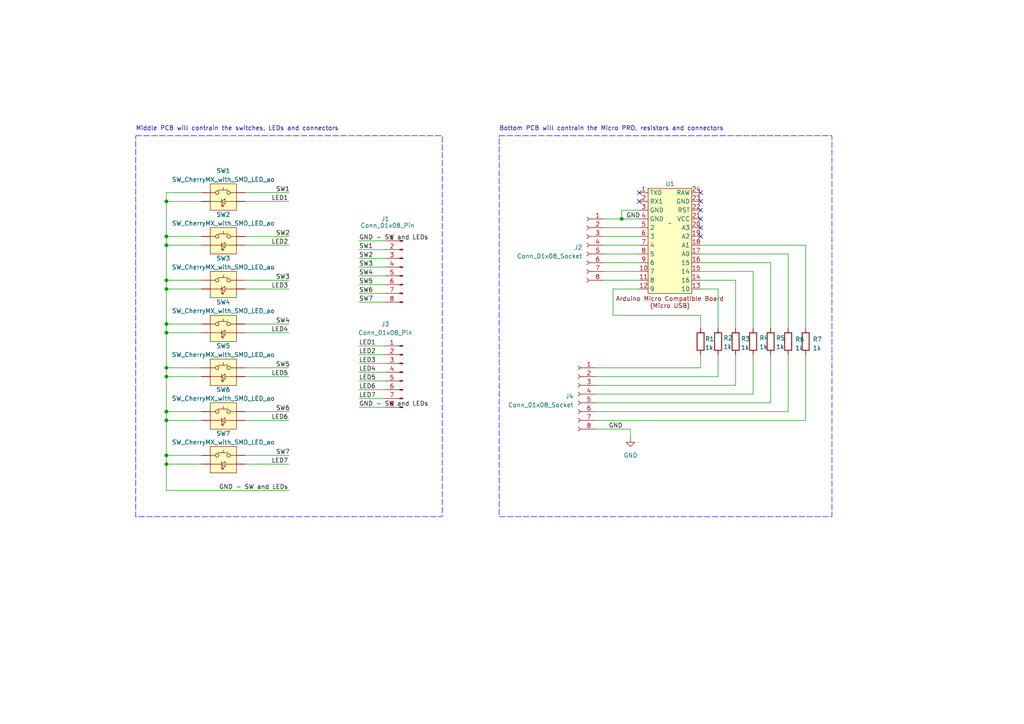
<source format=kicad_sch>
(kicad_sch (version 20230121) (generator eeschema)

  (uuid fe0fb0e0-8669-4700-83db-6e92ac17bf74)

  (paper "A4")

  (title_block
    (title "Macro Keypad include mouse left and right buttons")
    (date "2023-04-06")
    (rev "1.1")
    (company "iNimbleSloth")
  )

  (lib_symbols
    (symbol "Connector:Conn_01x08_Pin" (pin_names (offset 1.016) hide) (in_bom yes) (on_board yes)
      (property "Reference" "J" (at 0 10.16 0)
        (effects (font (size 1.27 1.27)))
      )
      (property "Value" "Conn_01x08_Pin" (at 0 -12.7 0)
        (effects (font (size 1.27 1.27)))
      )
      (property "Footprint" "" (at 0 0 0)
        (effects (font (size 1.27 1.27)) hide)
      )
      (property "Datasheet" "~" (at 0 0 0)
        (effects (font (size 1.27 1.27)) hide)
      )
      (property "ki_locked" "" (at 0 0 0)
        (effects (font (size 1.27 1.27)))
      )
      (property "ki_keywords" "connector" (at 0 0 0)
        (effects (font (size 1.27 1.27)) hide)
      )
      (property "ki_description" "Generic connector, single row, 01x08, script generated" (at 0 0 0)
        (effects (font (size 1.27 1.27)) hide)
      )
      (property "ki_fp_filters" "Connector*:*_1x??_*" (at 0 0 0)
        (effects (font (size 1.27 1.27)) hide)
      )
      (symbol "Conn_01x08_Pin_1_1"
        (polyline
          (pts
            (xy 1.27 -10.16)
            (xy 0.8636 -10.16)
          )
          (stroke (width 0.1524) (type default))
          (fill (type none))
        )
        (polyline
          (pts
            (xy 1.27 -7.62)
            (xy 0.8636 -7.62)
          )
          (stroke (width 0.1524) (type default))
          (fill (type none))
        )
        (polyline
          (pts
            (xy 1.27 -5.08)
            (xy 0.8636 -5.08)
          )
          (stroke (width 0.1524) (type default))
          (fill (type none))
        )
        (polyline
          (pts
            (xy 1.27 -2.54)
            (xy 0.8636 -2.54)
          )
          (stroke (width 0.1524) (type default))
          (fill (type none))
        )
        (polyline
          (pts
            (xy 1.27 0)
            (xy 0.8636 0)
          )
          (stroke (width 0.1524) (type default))
          (fill (type none))
        )
        (polyline
          (pts
            (xy 1.27 2.54)
            (xy 0.8636 2.54)
          )
          (stroke (width 0.1524) (type default))
          (fill (type none))
        )
        (polyline
          (pts
            (xy 1.27 5.08)
            (xy 0.8636 5.08)
          )
          (stroke (width 0.1524) (type default))
          (fill (type none))
        )
        (polyline
          (pts
            (xy 1.27 7.62)
            (xy 0.8636 7.62)
          )
          (stroke (width 0.1524) (type default))
          (fill (type none))
        )
        (rectangle (start 0.8636 -10.033) (end 0 -10.287)
          (stroke (width 0.1524) (type default))
          (fill (type outline))
        )
        (rectangle (start 0.8636 -7.493) (end 0 -7.747)
          (stroke (width 0.1524) (type default))
          (fill (type outline))
        )
        (rectangle (start 0.8636 -4.953) (end 0 -5.207)
          (stroke (width 0.1524) (type default))
          (fill (type outline))
        )
        (rectangle (start 0.8636 -2.413) (end 0 -2.667)
          (stroke (width 0.1524) (type default))
          (fill (type outline))
        )
        (rectangle (start 0.8636 0.127) (end 0 -0.127)
          (stroke (width 0.1524) (type default))
          (fill (type outline))
        )
        (rectangle (start 0.8636 2.667) (end 0 2.413)
          (stroke (width 0.1524) (type default))
          (fill (type outline))
        )
        (rectangle (start 0.8636 5.207) (end 0 4.953)
          (stroke (width 0.1524) (type default))
          (fill (type outline))
        )
        (rectangle (start 0.8636 7.747) (end 0 7.493)
          (stroke (width 0.1524) (type default))
          (fill (type outline))
        )
        (pin passive line (at 5.08 7.62 180) (length 3.81)
          (name "Pin_1" (effects (font (size 1.27 1.27))))
          (number "1" (effects (font (size 1.27 1.27))))
        )
        (pin passive line (at 5.08 5.08 180) (length 3.81)
          (name "Pin_2" (effects (font (size 1.27 1.27))))
          (number "2" (effects (font (size 1.27 1.27))))
        )
        (pin passive line (at 5.08 2.54 180) (length 3.81)
          (name "Pin_3" (effects (font (size 1.27 1.27))))
          (number "3" (effects (font (size 1.27 1.27))))
        )
        (pin passive line (at 5.08 0 180) (length 3.81)
          (name "Pin_4" (effects (font (size 1.27 1.27))))
          (number "4" (effects (font (size 1.27 1.27))))
        )
        (pin passive line (at 5.08 -2.54 180) (length 3.81)
          (name "Pin_5" (effects (font (size 1.27 1.27))))
          (number "5" (effects (font (size 1.27 1.27))))
        )
        (pin passive line (at 5.08 -5.08 180) (length 3.81)
          (name "Pin_6" (effects (font (size 1.27 1.27))))
          (number "6" (effects (font (size 1.27 1.27))))
        )
        (pin passive line (at 5.08 -7.62 180) (length 3.81)
          (name "Pin_7" (effects (font (size 1.27 1.27))))
          (number "7" (effects (font (size 1.27 1.27))))
        )
        (pin passive line (at 5.08 -10.16 180) (length 3.81)
          (name "Pin_8" (effects (font (size 1.27 1.27))))
          (number "8" (effects (font (size 1.27 1.27))))
        )
      )
    )
    (symbol "Connector:Conn_01x08_Socket" (pin_names (offset 1.016) hide) (in_bom yes) (on_board yes)
      (property "Reference" "J" (at 0 10.16 0)
        (effects (font (size 1.27 1.27)))
      )
      (property "Value" "Conn_01x08_Socket" (at 0 -12.7 0)
        (effects (font (size 1.27 1.27)))
      )
      (property "Footprint" "" (at 0 0 0)
        (effects (font (size 1.27 1.27)) hide)
      )
      (property "Datasheet" "~" (at 0 0 0)
        (effects (font (size 1.27 1.27)) hide)
      )
      (property "ki_locked" "" (at 0 0 0)
        (effects (font (size 1.27 1.27)))
      )
      (property "ki_keywords" "connector" (at 0 0 0)
        (effects (font (size 1.27 1.27)) hide)
      )
      (property "ki_description" "Generic connector, single row, 01x08, script generated" (at 0 0 0)
        (effects (font (size 1.27 1.27)) hide)
      )
      (property "ki_fp_filters" "Connector*:*_1x??_*" (at 0 0 0)
        (effects (font (size 1.27 1.27)) hide)
      )
      (symbol "Conn_01x08_Socket_1_1"
        (arc (start 0 -9.652) (mid -0.5058 -10.16) (end 0 -10.668)
          (stroke (width 0.1524) (type default))
          (fill (type none))
        )
        (arc (start 0 -7.112) (mid -0.5058 -7.62) (end 0 -8.128)
          (stroke (width 0.1524) (type default))
          (fill (type none))
        )
        (arc (start 0 -4.572) (mid -0.5058 -5.08) (end 0 -5.588)
          (stroke (width 0.1524) (type default))
          (fill (type none))
        )
        (arc (start 0 -2.032) (mid -0.5058 -2.54) (end 0 -3.048)
          (stroke (width 0.1524) (type default))
          (fill (type none))
        )
        (polyline
          (pts
            (xy -1.27 -10.16)
            (xy -0.508 -10.16)
          )
          (stroke (width 0.1524) (type default))
          (fill (type none))
        )
        (polyline
          (pts
            (xy -1.27 -7.62)
            (xy -0.508 -7.62)
          )
          (stroke (width 0.1524) (type default))
          (fill (type none))
        )
        (polyline
          (pts
            (xy -1.27 -5.08)
            (xy -0.508 -5.08)
          )
          (stroke (width 0.1524) (type default))
          (fill (type none))
        )
        (polyline
          (pts
            (xy -1.27 -2.54)
            (xy -0.508 -2.54)
          )
          (stroke (width 0.1524) (type default))
          (fill (type none))
        )
        (polyline
          (pts
            (xy -1.27 0)
            (xy -0.508 0)
          )
          (stroke (width 0.1524) (type default))
          (fill (type none))
        )
        (polyline
          (pts
            (xy -1.27 2.54)
            (xy -0.508 2.54)
          )
          (stroke (width 0.1524) (type default))
          (fill (type none))
        )
        (polyline
          (pts
            (xy -1.27 5.08)
            (xy -0.508 5.08)
          )
          (stroke (width 0.1524) (type default))
          (fill (type none))
        )
        (polyline
          (pts
            (xy -1.27 7.62)
            (xy -0.508 7.62)
          )
          (stroke (width 0.1524) (type default))
          (fill (type none))
        )
        (arc (start 0 0.508) (mid -0.5058 0) (end 0 -0.508)
          (stroke (width 0.1524) (type default))
          (fill (type none))
        )
        (arc (start 0 3.048) (mid -0.5058 2.54) (end 0 2.032)
          (stroke (width 0.1524) (type default))
          (fill (type none))
        )
        (arc (start 0 5.588) (mid -0.5058 5.08) (end 0 4.572)
          (stroke (width 0.1524) (type default))
          (fill (type none))
        )
        (arc (start 0 8.128) (mid -0.5058 7.62) (end 0 7.112)
          (stroke (width 0.1524) (type default))
          (fill (type none))
        )
        (pin passive line (at -5.08 7.62 0) (length 3.81)
          (name "Pin_1" (effects (font (size 1.27 1.27))))
          (number "1" (effects (font (size 1.27 1.27))))
        )
        (pin passive line (at -5.08 5.08 0) (length 3.81)
          (name "Pin_2" (effects (font (size 1.27 1.27))))
          (number "2" (effects (font (size 1.27 1.27))))
        )
        (pin passive line (at -5.08 2.54 0) (length 3.81)
          (name "Pin_3" (effects (font (size 1.27 1.27))))
          (number "3" (effects (font (size 1.27 1.27))))
        )
        (pin passive line (at -5.08 0 0) (length 3.81)
          (name "Pin_4" (effects (font (size 1.27 1.27))))
          (number "4" (effects (font (size 1.27 1.27))))
        )
        (pin passive line (at -5.08 -2.54 0) (length 3.81)
          (name "Pin_5" (effects (font (size 1.27 1.27))))
          (number "5" (effects (font (size 1.27 1.27))))
        )
        (pin passive line (at -5.08 -5.08 0) (length 3.81)
          (name "Pin_6" (effects (font (size 1.27 1.27))))
          (number "6" (effects (font (size 1.27 1.27))))
        )
        (pin passive line (at -5.08 -7.62 0) (length 3.81)
          (name "Pin_7" (effects (font (size 1.27 1.27))))
          (number "7" (effects (font (size 1.27 1.27))))
        )
        (pin passive line (at -5.08 -10.16 0) (length 3.81)
          (name "Pin_8" (effects (font (size 1.27 1.27))))
          (number "8" (effects (font (size 1.27 1.27))))
        )
      )
    )
    (symbol "Device:R" (pin_numbers hide) (pin_names (offset 0)) (in_bom yes) (on_board yes)
      (property "Reference" "R" (at 2.032 0 90)
        (effects (font (size 1.27 1.27)))
      )
      (property "Value" "R" (at 0 0 90)
        (effects (font (size 1.27 1.27)))
      )
      (property "Footprint" "" (at -1.778 0 90)
        (effects (font (size 1.27 1.27)) hide)
      )
      (property "Datasheet" "~" (at 0 0 0)
        (effects (font (size 1.27 1.27)) hide)
      )
      (property "ki_keywords" "R res resistor" (at 0 0 0)
        (effects (font (size 1.27 1.27)) hide)
      )
      (property "ki_description" "Resistor" (at 0 0 0)
        (effects (font (size 1.27 1.27)) hide)
      )
      (property "ki_fp_filters" "R_*" (at 0 0 0)
        (effects (font (size 1.27 1.27)) hide)
      )
      (symbol "R_0_1"
        (rectangle (start -1.016 -2.54) (end 1.016 2.54)
          (stroke (width 0.254) (type default))
          (fill (type none))
        )
      )
      (symbol "R_1_1"
        (pin passive line (at 0 3.81 270) (length 1.27)
          (name "~" (effects (font (size 1.27 1.27))))
          (number "1" (effects (font (size 1.27 1.27))))
        )
        (pin passive line (at 0 -3.81 90) (length 1.27)
          (name "~" (effects (font (size 1.27 1.27))))
          (number "2" (effects (font (size 1.27 1.27))))
        )
      )
    )
    (symbol "my_Library:ArduinoMicroCompatible" (in_bom yes) (on_board yes)
      (property "Reference" "U" (at -5.08 11.43 0)
        (effects (font (size 1.27 1.27)))
      )
      (property "Value" "" (at 0 0 0)
        (effects (font (size 1.27 1.27)))
      )
      (property "Footprint" "" (at 0 0 0)
        (effects (font (size 1.27 1.27)) hide)
      )
      (property "Datasheet" "" (at 0 0 0)
        (effects (font (size 1.27 1.27)) hide)
      )
      (symbol "ArduinoMicroCompatible_1_1"
        (rectangle (start -6.35 10.16) (end 6.35 -20.32)
          (stroke (width 0) (type default))
          (fill (type background))
        )
        (text "Arduino Micro Compatible Board\n(Micro USB)" (at 0 -22.86 0)
          (effects (font (size 1.27 1.27)))
        )
        (pin bidirectional line (at -8.89 8.89 0) (length 2.54)
          (name "TX0" (effects (font (size 1.27 1.27))))
          (number "1" (effects (font (size 1.27 1.27))))
        )
        (pin bidirectional line (at -8.89 -13.97 0) (length 2.54)
          (name "7" (effects (font (size 1.27 1.27))))
          (number "10" (effects (font (size 1.27 1.27))))
        )
        (pin bidirectional line (at -8.89 -16.51 0) (length 2.54)
          (name "8" (effects (font (size 1.27 1.27))))
          (number "11" (effects (font (size 1.27 1.27))))
        )
        (pin bidirectional line (at -8.89 -19.05 0) (length 2.54)
          (name "9" (effects (font (size 1.27 1.27))))
          (number "12" (effects (font (size 1.27 1.27))))
        )
        (pin bidirectional line (at 8.89 -19.05 180) (length 2.54)
          (name "10" (effects (font (size 1.27 1.27))))
          (number "13" (effects (font (size 1.27 1.27))))
        )
        (pin bidirectional line (at 8.89 -16.51 180) (length 2.54)
          (name "16" (effects (font (size 1.27 1.27))))
          (number "14" (effects (font (size 1.27 1.27))))
        )
        (pin bidirectional line (at 8.89 -13.97 180) (length 2.54)
          (name "14" (effects (font (size 1.27 1.27))))
          (number "15" (effects (font (size 1.27 1.27))))
        )
        (pin bidirectional line (at 8.89 -11.43 180) (length 2.54)
          (name "15" (effects (font (size 1.27 1.27))))
          (number "16" (effects (font (size 1.27 1.27))))
        )
        (pin bidirectional line (at 8.89 -8.89 180) (length 2.54)
          (name "A0" (effects (font (size 1.27 1.27))))
          (number "17" (effects (font (size 1.27 1.27))))
        )
        (pin bidirectional line (at 8.89 -6.35 180) (length 2.54)
          (name "A1" (effects (font (size 1.27 1.27))))
          (number "18" (effects (font (size 1.27 1.27))))
        )
        (pin bidirectional line (at 8.89 -3.81 180) (length 2.54)
          (name "A2" (effects (font (size 1.27 1.27))))
          (number "19" (effects (font (size 1.27 1.27))))
        )
        (pin bidirectional line (at -8.89 6.35 0) (length 2.54)
          (name "RX1" (effects (font (size 1.27 1.27))))
          (number "2" (effects (font (size 1.27 1.27))))
        )
        (pin bidirectional line (at 8.89 -1.27 180) (length 2.54)
          (name "A3" (effects (font (size 1.27 1.27))))
          (number "20" (effects (font (size 1.27 1.27))))
        )
        (pin power_in line (at 8.89 1.27 180) (length 2.54)
          (name "VCC" (effects (font (size 1.27 1.27))))
          (number "21" (effects (font (size 1.27 1.27))))
        )
        (pin input line (at 8.89 3.81 180) (length 2.54)
          (name "RST" (effects (font (size 1.27 1.27))))
          (number "22" (effects (font (size 1.27 1.27))))
        )
        (pin power_in line (at 8.89 6.35 180) (length 2.54)
          (name "GND" (effects (font (size 1.27 1.27))))
          (number "23" (effects (font (size 1.27 1.27))))
        )
        (pin bidirectional line (at 8.89 8.89 180) (length 2.54)
          (name "RAW" (effects (font (size 1.27 1.27))))
          (number "24" (effects (font (size 1.27 1.27))))
        )
        (pin passive line (at -8.89 3.81 0) (length 2.54)
          (name "GND" (effects (font (size 1.27 1.27))))
          (number "3" (effects (font (size 1.27 1.27))))
        )
        (pin power_in line (at -8.89 1.27 0) (length 2.54)
          (name "GND" (effects (font (size 1.27 1.27))))
          (number "4" (effects (font (size 1.27 1.27))))
        )
        (pin bidirectional line (at -8.89 -1.27 0) (length 2.54)
          (name "2" (effects (font (size 1.27 1.27))))
          (number "5" (effects (font (size 1.27 1.27))))
        )
        (pin bidirectional line (at -8.89 -3.81 0) (length 2.54)
          (name "3" (effects (font (size 1.27 1.27))))
          (number "6" (effects (font (size 1.27 1.27))))
        )
        (pin bidirectional line (at -8.89 -6.35 0) (length 2.54)
          (name "4" (effects (font (size 1.27 1.27))))
          (number "7" (effects (font (size 1.27 1.27))))
        )
        (pin bidirectional line (at -8.89 -8.89 0) (length 2.54)
          (name "5" (effects (font (size 1.27 1.27))))
          (number "8" (effects (font (size 1.27 1.27))))
        )
        (pin bidirectional line (at -8.89 -11.43 0) (length 2.54)
          (name "6" (effects (font (size 1.27 1.27))))
          (number "9" (effects (font (size 1.27 1.27))))
        )
      )
    )
    (symbol "my_Library:CherryMX_with_LED" (pin_numbers hide) (pin_names (offset 1.016) hide) (in_bom yes) (on_board yes)
      (property "Reference" "SW" (at -0.254 8.636 0)
        (effects (font (size 1.27 1.27)) (justify left))
      )
      (property "Value" "SW_CherryMX_with_SMD_LED_ao" (at 4.064 -1.524 0)
        (effects (font (size 1.27 1.27)))
      )
      (property "Footprint" "" (at 3.2004 5.9436 0)
        (effects (font (size 1.27 1.27)) hide)
      )
      (property "Datasheet" "~" (at 3.81 5.08 0)
        (effects (font (size 1.27 1.27)) hide)
      )
      (property "ki_keywords" "switch normally-open pushbutton push-button" (at 0 0 0)
        (effects (font (size 1.27 1.27)) hide)
      )
      (property "ki_description" "Push button switch, normally open, two pins, 45° tilted" (at 0 0 0)
        (effects (font (size 1.27 1.27)) hide)
      )
      (symbol "CherryMX_with_LED_0_1"
        (polyline
          (pts
            (xy 0 5.08)
            (xy 1.524 5.08)
          )
          (stroke (width 0) (type default))
          (fill (type none))
        )
        (polyline
          (pts
            (xy 1.778 2.54)
            (xy 0 2.54)
          )
          (stroke (width 0) (type default))
          (fill (type none))
        )
        (polyline
          (pts
            (xy 3.302 1.778)
            (xy 3.302 3.302)
          )
          (stroke (width 0) (type default))
          (fill (type none))
        )
        (polyline
          (pts
            (xy 3.302 2.54)
            (xy 1.778 2.54)
          )
          (stroke (width 0) (type default))
          (fill (type none))
        )
        (polyline
          (pts
            (xy 4.318 2.54)
            (xy 6.096 2.54)
          )
          (stroke (width 0) (type default))
          (fill (type none))
        )
        (polyline
          (pts
            (xy 6.096 2.54)
            (xy 7.62 2.54)
          )
          (stroke (width 0) (type default))
          (fill (type none))
        )
        (polyline
          (pts
            (xy 7.62 5.08)
            (xy 5.842 5.08)
          )
          (stroke (width 0) (type default))
          (fill (type none))
        )
        (polyline
          (pts
            (xy 2.286 5.842)
            (xy 5.08 5.842)
            (xy 3.81 5.842)
            (xy 3.81 6.604)
          )
          (stroke (width 0) (type default))
          (fill (type none))
        )
        (polyline
          (pts
            (xy 3.302 2.54)
            (xy 4.318 3.302)
            (xy 4.318 1.778)
            (xy 3.302 2.54)
          )
          (stroke (width 0) (type default))
          (fill (type none))
        )
        (polyline
          (pts
            (xy 3.81 1.778)
            (xy 3.302 1.27)
            (xy 3.556 1.27)
            (xy 3.302 1.27)
            (xy 3.302 1.524)
          )
          (stroke (width 0) (type default))
          (fill (type none))
        )
        (polyline
          (pts
            (xy 4.064 1.524)
            (xy 3.556 1.016)
            (xy 3.81 1.016)
            (xy 3.556 1.016)
            (xy 3.556 1.27)
          )
          (stroke (width 0) (type default))
          (fill (type none))
        )
        (circle (center 2.032 5.08) (radius 0.508)
          (stroke (width 0) (type default))
          (fill (type none))
        )
        (rectangle (start 5.08 6.35) (end 5.08 6.35)
          (stroke (width 0) (type default))
          (fill (type none))
        )
        (circle (center 5.334 5.08) (radius 0.508)
          (stroke (width 0) (type default))
          (fill (type none))
        )
      )
      (symbol "CherryMX_with_LED_1_1"
        (rectangle (start 0 7.62) (end 7.62 0)
          (stroke (width 0) (type default))
          (fill (type background))
        )
        (pin passive line (at -2.54 5.08 0) (length 2.54)
          (name "1" (effects (font (size 1.27 1.27))))
          (number "1" (effects (font (size 1.27 1.27))))
        )
        (pin passive line (at 10.16 5.08 180) (length 2.54)
          (name "2" (effects (font (size 1.27 1.27))))
          (number "2" (effects (font (size 1.27 1.27))))
        )
        (pin passive line (at -2.54 2.54 0) (length 2.54)
          (name "K" (effects (font (size 1.27 1.27))))
          (number "3" (effects (font (size 1.27 1.27))))
        )
        (pin passive line (at 10.16 2.54 180) (length 2.54)
          (name "A" (effects (font (size 1.27 1.27))))
          (number "4" (effects (font (size 1.27 1.27))))
        )
      )
    )
    (symbol "power:GND" (power) (pin_names (offset 0)) (in_bom yes) (on_board yes)
      (property "Reference" "#PWR" (at 0 -6.35 0)
        (effects (font (size 1.27 1.27)) hide)
      )
      (property "Value" "GND" (at 0 -3.81 0)
        (effects (font (size 1.27 1.27)))
      )
      (property "Footprint" "" (at 0 0 0)
        (effects (font (size 1.27 1.27)) hide)
      )
      (property "Datasheet" "" (at 0 0 0)
        (effects (font (size 1.27 1.27)) hide)
      )
      (property "ki_keywords" "global power" (at 0 0 0)
        (effects (font (size 1.27 1.27)) hide)
      )
      (property "ki_description" "Power symbol creates a global label with name \"GND\" , ground" (at 0 0 0)
        (effects (font (size 1.27 1.27)) hide)
      )
      (symbol "GND_0_1"
        (polyline
          (pts
            (xy 0 0)
            (xy 0 -1.27)
            (xy 1.27 -1.27)
            (xy 0 -2.54)
            (xy -1.27 -1.27)
            (xy 0 -1.27)
          )
          (stroke (width 0) (type default))
          (fill (type none))
        )
      )
      (symbol "GND_1_1"
        (pin power_in line (at 0 0 270) (length 0) hide
          (name "GND" (effects (font (size 1.27 1.27))))
          (number "1" (effects (font (size 1.27 1.27))))
        )
      )
    )
  )

  (junction (at 48.26 58.42) (diameter 0) (color 0 0 0 0)
    (uuid 0ba881ad-32c0-4992-87f3-40affada7183)
  )
  (junction (at 48.26 83.82) (diameter 0) (color 0 0 0 0)
    (uuid 29ac4db7-b777-4430-9186-1e737c521f3a)
  )
  (junction (at 48.26 132.08) (diameter 0) (color 0 0 0 0)
    (uuid 29b1e1d7-2b31-4d47-9222-510f6c721486)
  )
  (junction (at 48.26 121.92) (diameter 0) (color 0 0 0 0)
    (uuid 2d95ab50-db32-4f4a-80f9-7691b07c362e)
  )
  (junction (at 48.26 81.28) (diameter 0) (color 0 0 0 0)
    (uuid 3ee243f1-f726-4f7b-a81a-aabacdc91f08)
  )
  (junction (at 48.26 106.68) (diameter 0) (color 0 0 0 0)
    (uuid 4d853e6b-30c5-4615-8817-679fa26fc4e1)
  )
  (junction (at 48.26 96.52) (diameter 0) (color 0 0 0 0)
    (uuid 6507fe18-fe90-4332-bda2-d92d233392ec)
  )
  (junction (at 48.26 134.62) (diameter 0) (color 0 0 0 0)
    (uuid 84aa19d5-e23f-4e11-94fb-41d49085a11d)
  )
  (junction (at 48.26 68.58) (diameter 0) (color 0 0 0 0)
    (uuid 90852f3d-2081-4308-b1d6-50a64228f5ae)
  )
  (junction (at 180.34 63.5) (diameter 0) (color 0 0 0 0)
    (uuid 9c42b994-0bc4-468a-b498-028ce84488d3)
  )
  (junction (at 48.26 93.98) (diameter 0) (color 0 0 0 0)
    (uuid c454b0fe-1911-4eea-bb08-9812b9d8181f)
  )
  (junction (at 48.26 119.38) (diameter 0) (color 0 0 0 0)
    (uuid d5816ae3-b7e8-4d0a-b407-379b2d920461)
  )
  (junction (at 48.26 109.22) (diameter 0) (color 0 0 0 0)
    (uuid ecb97822-5511-42c6-ba41-42f92f138bbb)
  )
  (junction (at 48.26 71.12) (diameter 0) (color 0 0 0 0)
    (uuid f7d28bcf-1445-4c80-84b6-842cf3985aad)
  )

  (no_connect (at 203.2 58.42) (uuid 592678a0-c352-4f25-b73f-91559547e230))
  (no_connect (at 185.42 55.88) (uuid 9b4594d8-2b92-41d4-9768-afec5ac6affe))
  (no_connect (at 203.2 60.96) (uuid 9fae1dfd-f967-4f93-add9-ca4fcec537e2))
  (no_connect (at 185.42 58.42) (uuid ae378987-8323-45a9-8707-86aa04800fb8))
  (no_connect (at 203.2 66.04) (uuid b50742ca-b95d-4dbe-b6f6-723b38b8e171))
  (no_connect (at 203.2 55.88) (uuid e0f633af-11d0-44cc-bf1a-d94978bc26ee))
  (no_connect (at 203.2 68.58) (uuid e85bd50e-ee92-4d2b-832a-067277047d9e))
  (no_connect (at 203.2 63.5) (uuid ec8623e7-2844-4bad-96c7-1cf06d9ad1a2))

  (wire (pts (xy 233.68 102.87) (xy 233.68 121.92))
    (stroke (width 0) (type default))
    (uuid 0226c9de-673c-4fa7-9e62-118432abfabf)
  )
  (wire (pts (xy 48.26 68.58) (xy 48.26 58.42))
    (stroke (width 0) (type default))
    (uuid 022f888b-6aa6-48b4-92bf-478822a152eb)
  )
  (wire (pts (xy 71.12 83.82) (xy 83.82 83.82))
    (stroke (width 0) (type default))
    (uuid 03494618-c706-47fc-9581-fb954844853e)
  )
  (wire (pts (xy 228.6 73.66) (xy 228.6 95.25))
    (stroke (width 0) (type default))
    (uuid 03d09815-6ed0-4b8b-8c8a-bfe46dd581e6)
  )
  (wire (pts (xy 203.2 78.74) (xy 218.44 78.74))
    (stroke (width 0) (type default))
    (uuid 03e6fc9c-faa3-4a6e-a13f-b8af85023056)
  )
  (wire (pts (xy 48.26 68.58) (xy 48.26 71.12))
    (stroke (width 0) (type default))
    (uuid 0485620f-5332-4371-9451-c4d9ae960e77)
  )
  (wire (pts (xy 104.14 72.39) (xy 111.76 72.39))
    (stroke (width 0) (type default))
    (uuid 08d0052e-ed36-4475-97e9-3195b9b31532)
  )
  (wire (pts (xy 104.14 113.03) (xy 111.76 113.03))
    (stroke (width 0) (type default))
    (uuid 0bc2beba-a27a-47fa-b431-4e1f83246d66)
  )
  (wire (pts (xy 71.12 96.52) (xy 83.82 96.52))
    (stroke (width 0) (type default))
    (uuid 110edc0c-1636-4da9-beac-a73ab7e3b54e)
  )
  (wire (pts (xy 71.12 58.42) (xy 83.82 58.42))
    (stroke (width 0) (type default))
    (uuid 143ae604-4081-4f0d-8534-3184b5d9dff8)
  )
  (wire (pts (xy 104.14 77.47) (xy 111.76 77.47))
    (stroke (width 0) (type default))
    (uuid 14bf9a8b-58be-40cf-8813-1eac4d55e168)
  )
  (wire (pts (xy 58.42 134.62) (xy 48.26 134.62))
    (stroke (width 0) (type default))
    (uuid 15de290c-b4b2-4d3a-bae8-d1b3cd491ffc)
  )
  (wire (pts (xy 48.26 58.42) (xy 48.26 55.88))
    (stroke (width 0) (type default))
    (uuid 17c18c37-f721-438b-9280-f9d00733cb92)
  )
  (wire (pts (xy 58.42 132.08) (xy 48.26 132.08))
    (stroke (width 0) (type default))
    (uuid 18859b3d-bc63-4940-8987-1e3e77e8fe4b)
  )
  (wire (pts (xy 218.44 78.74) (xy 218.44 95.25))
    (stroke (width 0) (type default))
    (uuid 1a701d4f-8214-42fb-95d6-dfa1dc06697c)
  )
  (wire (pts (xy 104.14 74.93) (xy 111.76 74.93))
    (stroke (width 0) (type default))
    (uuid 1b0bbe17-6637-4cf3-b18f-e0c26ae62379)
  )
  (wire (pts (xy 185.42 60.96) (xy 180.34 60.96))
    (stroke (width 0) (type default))
    (uuid 20564ca3-7961-40f5-90ef-aff7dae30ae4)
  )
  (wire (pts (xy 71.12 71.12) (xy 83.82 71.12))
    (stroke (width 0) (type default))
    (uuid 2ea52363-d937-46bb-bc18-1d7196cbfb10)
  )
  (wire (pts (xy 208.28 83.82) (xy 208.28 95.25))
    (stroke (width 0) (type default))
    (uuid 31004dc2-9e3b-4717-97ff-914b4cd9396b)
  )
  (wire (pts (xy 58.42 121.92) (xy 48.26 121.92))
    (stroke (width 0) (type default))
    (uuid 31a57d32-2962-4a82-9515-46386820af00)
  )
  (wire (pts (xy 104.14 110.49) (xy 111.76 110.49))
    (stroke (width 0) (type default))
    (uuid 324cb1a3-6d48-4921-8f82-8fafc93e4a03)
  )
  (wire (pts (xy 172.72 116.84) (xy 223.52 116.84))
    (stroke (width 0) (type default))
    (uuid 3350d873-7468-4244-bb31-83174b3502af)
  )
  (wire (pts (xy 185.42 83.82) (xy 177.8 83.82))
    (stroke (width 0) (type default))
    (uuid 341a9a9a-0898-44d7-a2eb-8264b550084e)
  )
  (wire (pts (xy 48.26 106.68) (xy 48.26 96.52))
    (stroke (width 0) (type default))
    (uuid 3431671d-d18b-4aa7-9d23-030d5f8b56a5)
  )
  (wire (pts (xy 71.12 121.92) (xy 83.82 121.92))
    (stroke (width 0) (type default))
    (uuid 350fc0ff-47a9-4868-8ffc-66d73697ebec)
  )
  (wire (pts (xy 71.12 119.38) (xy 83.82 119.38))
    (stroke (width 0) (type default))
    (uuid 354ef5fc-dcd3-404f-8eb7-801692dffa28)
  )
  (wire (pts (xy 48.26 93.98) (xy 58.42 93.98))
    (stroke (width 0) (type default))
    (uuid 362fc278-c9a4-4a41-8b56-43012234823c)
  )
  (wire (pts (xy 223.52 76.2) (xy 223.52 95.25))
    (stroke (width 0) (type default))
    (uuid 425c6225-faa0-4f11-bd29-07cedcc054cd)
  )
  (wire (pts (xy 104.14 118.11) (xy 111.76 118.11))
    (stroke (width 0) (type default))
    (uuid 47b16d18-50b5-472d-98a9-888d96e00544)
  )
  (wire (pts (xy 48.26 121.92) (xy 48.26 119.38))
    (stroke (width 0) (type default))
    (uuid 48b930fb-a222-46c0-b8a4-93eb20a9b426)
  )
  (wire (pts (xy 104.14 102.87) (xy 111.76 102.87))
    (stroke (width 0) (type default))
    (uuid 4ade4655-cc75-4223-a0b5-a511f83b97fb)
  )
  (wire (pts (xy 71.12 55.88) (xy 83.82 55.88))
    (stroke (width 0) (type default))
    (uuid 505a3d4a-0bd0-4cae-8a68-21e5c6542948)
  )
  (wire (pts (xy 203.2 91.44) (xy 203.2 95.25))
    (stroke (width 0) (type default))
    (uuid 5265b52e-1845-459f-9ae2-4e6b0e176849)
  )
  (wire (pts (xy 71.12 93.98) (xy 83.82 93.98))
    (stroke (width 0) (type default))
    (uuid 52a54fd6-6b3e-4221-90f5-4b6fbf83e1cf)
  )
  (wire (pts (xy 71.12 106.68) (xy 83.82 106.68))
    (stroke (width 0) (type default))
    (uuid 549e5e17-89e7-4541-ba2a-565aa201cf23)
  )
  (wire (pts (xy 223.52 76.2) (xy 203.2 76.2))
    (stroke (width 0) (type default))
    (uuid 5870a805-48a6-4e01-935a-d159546b0df4)
  )
  (wire (pts (xy 175.26 81.28) (xy 185.42 81.28))
    (stroke (width 0) (type default))
    (uuid 58c52635-0fda-4d4f-a309-d44315711451)
  )
  (wire (pts (xy 104.14 69.85) (xy 111.76 69.85))
    (stroke (width 0) (type default))
    (uuid 5b5e0e35-dbdf-4b12-86e4-1951b980fb64)
  )
  (wire (pts (xy 182.88 127) (xy 182.88 124.46))
    (stroke (width 0) (type default))
    (uuid 5c9f1236-af9e-484f-a8f2-3fd9693dbb51)
  )
  (wire (pts (xy 58.42 106.68) (xy 48.26 106.68))
    (stroke (width 0) (type default))
    (uuid 60cb6293-25eb-4822-8207-97cb2e21b776)
  )
  (wire (pts (xy 233.68 71.12) (xy 203.2 71.12))
    (stroke (width 0) (type default))
    (uuid 6136b08e-98a1-4107-a0a2-c3e1e23a1535)
  )
  (wire (pts (xy 182.88 124.46) (xy 172.72 124.46))
    (stroke (width 0) (type default))
    (uuid 624dd19a-c4ba-4817-a76e-5f892f1fe5ed)
  )
  (wire (pts (xy 208.28 102.87) (xy 208.28 109.22))
    (stroke (width 0) (type default))
    (uuid 62e37130-abfd-4ca5-a6ba-fe08d110e796)
  )
  (wire (pts (xy 71.12 132.08) (xy 83.82 132.08))
    (stroke (width 0) (type default))
    (uuid 62e6571d-2d3c-4651-82e8-626ec7b7bc03)
  )
  (wire (pts (xy 104.14 100.33) (xy 111.76 100.33))
    (stroke (width 0) (type default))
    (uuid 64b12842-aa71-494c-871d-db27bd7437a1)
  )
  (wire (pts (xy 48.26 83.82) (xy 48.26 81.28))
    (stroke (width 0) (type default))
    (uuid 6518e9ce-526a-458c-9434-067e7a30635c)
  )
  (wire (pts (xy 180.34 63.5) (xy 185.42 63.5))
    (stroke (width 0) (type default))
    (uuid 67d6254c-11a7-4d12-bd2f-145217b52fde)
  )
  (wire (pts (xy 48.26 132.08) (xy 48.26 121.92))
    (stroke (width 0) (type default))
    (uuid 6888d4a8-0b60-4ca0-9af3-fb016c0fc94b)
  )
  (wire (pts (xy 48.26 134.62) (xy 48.26 132.08))
    (stroke (width 0) (type default))
    (uuid 6d35c075-dd95-4a48-8262-2c660c50f6e4)
  )
  (wire (pts (xy 233.68 71.12) (xy 233.68 95.25))
    (stroke (width 0) (type default))
    (uuid 6f464f6e-8a9d-437f-ab95-d9a56a53b709)
  )
  (wire (pts (xy 104.14 85.09) (xy 111.76 85.09))
    (stroke (width 0) (type default))
    (uuid 786c48ea-5a17-4551-9d42-a55b2a32e949)
  )
  (wire (pts (xy 203.2 73.66) (xy 228.6 73.66))
    (stroke (width 0) (type default))
    (uuid 7874a75e-9042-45fc-a5b4-470b74ef17b5)
  )
  (wire (pts (xy 208.28 83.82) (xy 203.2 83.82))
    (stroke (width 0) (type default))
    (uuid 7af89d4e-398a-47e1-878b-077888b92af1)
  )
  (wire (pts (xy 58.42 81.28) (xy 48.26 81.28))
    (stroke (width 0) (type default))
    (uuid 7cfe32bc-d931-4a01-8be3-bf47a095a85a)
  )
  (wire (pts (xy 213.36 81.28) (xy 203.2 81.28))
    (stroke (width 0) (type default))
    (uuid 7dd7333b-5b88-4749-b0f1-9608b07091c5)
  )
  (wire (pts (xy 104.14 82.55) (xy 111.76 82.55))
    (stroke (width 0) (type default))
    (uuid 7f3d913d-d5b6-45ba-863d-f310d32933c9)
  )
  (wire (pts (xy 48.26 81.28) (xy 48.26 71.12))
    (stroke (width 0) (type default))
    (uuid 8212e101-d1cf-4c60-8b8a-9484fe3e9899)
  )
  (wire (pts (xy 58.42 58.42) (xy 48.26 58.42))
    (stroke (width 0) (type default))
    (uuid 8731743d-5727-4478-94a4-22d0f869feed)
  )
  (wire (pts (xy 48.26 109.22) (xy 48.26 119.38))
    (stroke (width 0) (type default))
    (uuid 889d328c-a08e-40b0-81b5-a40185374be2)
  )
  (wire (pts (xy 58.42 68.58) (xy 48.26 68.58))
    (stroke (width 0) (type default))
    (uuid 8b247539-2342-4d5a-abce-091dbe3f8156)
  )
  (wire (pts (xy 71.12 68.58) (xy 83.82 68.58))
    (stroke (width 0) (type default))
    (uuid 8fe09284-c8c8-4b3d-abd2-b78fb390b62a)
  )
  (wire (pts (xy 172.72 121.92) (xy 233.68 121.92))
    (stroke (width 0) (type default))
    (uuid 94c01d41-030c-4c6e-807d-1ff69db0d16a)
  )
  (wire (pts (xy 172.72 114.3) (xy 218.44 114.3))
    (stroke (width 0) (type default))
    (uuid 99280920-9a25-41d8-b16b-88b6b7089d06)
  )
  (wire (pts (xy 48.26 96.52) (xy 58.42 96.52))
    (stroke (width 0) (type default))
    (uuid 9a763171-c0f6-47ea-83b5-4ecff338f2b6)
  )
  (wire (pts (xy 175.26 66.04) (xy 185.42 66.04))
    (stroke (width 0) (type default))
    (uuid 9b6c5acc-11d9-40a6-900d-883a481161c0)
  )
  (wire (pts (xy 48.26 109.22) (xy 48.26 106.68))
    (stroke (width 0) (type default))
    (uuid 9b7a974f-80af-4d1f-96f0-4dec294846ba)
  )
  (wire (pts (xy 175.26 63.5) (xy 180.34 63.5))
    (stroke (width 0) (type default))
    (uuid a1bc080b-c183-4c03-b9fb-f1d8aa3118d1)
  )
  (wire (pts (xy 48.26 119.38) (xy 58.42 119.38))
    (stroke (width 0) (type default))
    (uuid a26b54f1-c6f7-406f-8e36-3a3ab633ed1f)
  )
  (wire (pts (xy 104.14 87.63) (xy 111.76 87.63))
    (stroke (width 0) (type default))
    (uuid a7b9e15f-d8d4-4c43-a622-02f544cb89ac)
  )
  (wire (pts (xy 71.12 134.62) (xy 83.82 134.62))
    (stroke (width 0) (type default))
    (uuid acd06e01-19c2-4999-8c59-0fe46e66a150)
  )
  (wire (pts (xy 218.44 102.87) (xy 218.44 114.3))
    (stroke (width 0) (type default))
    (uuid ad453088-a453-45d6-8fa5-4480a3422847)
  )
  (wire (pts (xy 175.26 78.74) (xy 185.42 78.74))
    (stroke (width 0) (type default))
    (uuid b253a317-a034-435b-8f9c-32e3242e09c6)
  )
  (wire (pts (xy 48.26 93.98) (xy 48.26 96.52))
    (stroke (width 0) (type default))
    (uuid b8bd67e9-5319-45e7-b698-14d3f5730624)
  )
  (wire (pts (xy 175.26 68.58) (xy 185.42 68.58))
    (stroke (width 0) (type default))
    (uuid bb1542e9-6e15-4faf-9673-3a54afe27a4d)
  )
  (wire (pts (xy 71.12 109.22) (xy 83.82 109.22))
    (stroke (width 0) (type default))
    (uuid bc5669e9-f0b6-420f-b071-7fc6ce896647)
  )
  (wire (pts (xy 203.2 102.87) (xy 203.2 106.68))
    (stroke (width 0) (type default))
    (uuid bea0a61c-d19a-4b29-9a5a-73b94a6856ba)
  )
  (wire (pts (xy 175.26 73.66) (xy 185.42 73.66))
    (stroke (width 0) (type default))
    (uuid c16cd079-dc6c-4033-a649-fcfcb37d4272)
  )
  (wire (pts (xy 228.6 102.87) (xy 228.6 119.38))
    (stroke (width 0) (type default))
    (uuid c2349d51-bfc2-4814-a020-b8255b4679d7)
  )
  (wire (pts (xy 48.26 71.12) (xy 58.42 71.12))
    (stroke (width 0) (type default))
    (uuid c83722ec-f675-429e-a554-deb3640b5295)
  )
  (wire (pts (xy 175.26 71.12) (xy 185.42 71.12))
    (stroke (width 0) (type default))
    (uuid ca4f2d72-d435-4ab5-9fcf-87aeed66599c)
  )
  (wire (pts (xy 175.26 76.2) (xy 185.42 76.2))
    (stroke (width 0) (type default))
    (uuid cb8d506c-208e-41f4-a679-686f7fc01616)
  )
  (wire (pts (xy 48.26 83.82) (xy 48.26 93.98))
    (stroke (width 0) (type default))
    (uuid cc1c91f4-777d-44ad-aad8-3197f95685c3)
  )
  (wire (pts (xy 208.28 109.22) (xy 172.72 109.22))
    (stroke (width 0) (type default))
    (uuid cd88edd6-5975-4b45-b9da-cdc4c47ec5cd)
  )
  (wire (pts (xy 213.36 102.87) (xy 213.36 111.76))
    (stroke (width 0) (type default))
    (uuid d1d79125-6c9d-42c6-a2b6-099dc1f8fc14)
  )
  (wire (pts (xy 172.72 106.68) (xy 203.2 106.68))
    (stroke (width 0) (type default))
    (uuid d282543a-93b1-4b22-a053-4c121c7964b9)
  )
  (wire (pts (xy 104.14 105.41) (xy 111.76 105.41))
    (stroke (width 0) (type default))
    (uuid d35ddde7-7b6b-4148-aac1-e85b0d2d484d)
  )
  (wire (pts (xy 104.14 80.01) (xy 111.76 80.01))
    (stroke (width 0) (type default))
    (uuid d4f39b73-580a-4fac-ad38-225c10effd60)
  )
  (wire (pts (xy 177.8 91.44) (xy 203.2 91.44))
    (stroke (width 0) (type default))
    (uuid d56ba30e-ee51-47dc-b6e0-363efbcfd81b)
  )
  (wire (pts (xy 177.8 83.82) (xy 177.8 91.44))
    (stroke (width 0) (type default))
    (uuid d5f7f3f6-f87c-41e8-bdd8-952d2c4c3c9d)
  )
  (wire (pts (xy 58.42 55.88) (xy 48.26 55.88))
    (stroke (width 0) (type default))
    (uuid d61ac92a-4112-4267-899d-f906d63f8773)
  )
  (wire (pts (xy 213.36 81.28) (xy 213.36 95.25))
    (stroke (width 0) (type default))
    (uuid d73e2507-303c-41fb-ba28-8a54a1492037)
  )
  (wire (pts (xy 58.42 109.22) (xy 48.26 109.22))
    (stroke (width 0) (type default))
    (uuid d99aa76d-7492-40c0-b6da-2f4bddea673f)
  )
  (wire (pts (xy 58.42 83.82) (xy 48.26 83.82))
    (stroke (width 0) (type default))
    (uuid d9c5e5a5-5ce7-4862-926a-52a6a0d42c1a)
  )
  (wire (pts (xy 71.12 81.28) (xy 83.82 81.28))
    (stroke (width 0) (type default))
    (uuid db48c98d-d853-4c10-a75c-e0d43f7154af)
  )
  (wire (pts (xy 104.14 107.95) (xy 111.76 107.95))
    (stroke (width 0) (type default))
    (uuid ead95bee-3ae8-4071-94e1-483b5b730c4c)
  )
  (wire (pts (xy 180.34 60.96) (xy 180.34 63.5))
    (stroke (width 0) (type default))
    (uuid eb3a3f84-b5cb-4353-b38e-cdf1fc68c49b)
  )
  (wire (pts (xy 223.52 102.87) (xy 223.52 116.84))
    (stroke (width 0) (type default))
    (uuid ec6f1e0d-7a30-405e-8210-b34ee5bfa8f2)
  )
  (wire (pts (xy 228.6 119.38) (xy 172.72 119.38))
    (stroke (width 0) (type default))
    (uuid ed19ba52-fb93-4ac6-b7e2-6e82dba1c1be)
  )
  (wire (pts (xy 48.26 134.62) (xy 48.26 142.24))
    (stroke (width 0) (type default))
    (uuid efe0bd77-f428-4972-94e4-346c6c69993f)
  )
  (wire (pts (xy 104.14 115.57) (xy 111.76 115.57))
    (stroke (width 0) (type default))
    (uuid f1ad10bc-f53c-4947-9a63-67e24d82c001)
  )
  (wire (pts (xy 48.26 142.24) (xy 83.82 142.24))
    (stroke (width 0) (type default))
    (uuid f26930f9-0c49-420a-91bd-ec96be7b55a7)
  )
  (wire (pts (xy 172.72 111.76) (xy 213.36 111.76))
    (stroke (width 0) (type default))
    (uuid f4028518-6e99-4ddc-a6b9-ae90b973897b)
  )

  (rectangle (start 144.78 39.37) (end 241.3 149.86)
    (stroke (width 0) (type dash) (color 0 0 255 1))
    (fill (type none))
    (uuid 7cc7dbd6-3dbb-4ad4-9ef2-d14e2babfd1f)
  )
  (rectangle (start 39.37 39.37) (end 128.27 149.86)
    (stroke (width 0) (type dash) (color 0 0 255 1))
    (fill (type none))
    (uuid 981584bb-e813-4b46-aac2-a18a1091c4e2)
  )

  (text "Bottom PCB will contrain the Micro PRO, resistors and connectors"
    (at 144.78 38.1 0)
    (effects (font (size 1.27 1.27)) (justify left bottom))
    (uuid 944b5034-983d-469c-b407-7fb796cbbdc1)
  )
  (text "Middle PCB will contrain the switches, LEDs and connectors"
    (at 39.37 38.1 0)
    (effects (font (size 1.27 1.27)) (justify left bottom))
    (uuid f3cb3133-b7f6-4478-9d77-7558b5dedd95)
  )

  (label "LED7" (at 78.74 134.62 0) (fields_autoplaced)
    (effects (font (size 1.27 1.27)) (justify left bottom))
    (uuid 03780e31-51f3-410a-a4e9-a91db8a0537e)
  )
  (label "LED6" (at 78.74 121.92 0) (fields_autoplaced)
    (effects (font (size 1.27 1.27)) (justify left bottom))
    (uuid 19076b1c-8120-4e91-8627-4aa3a72c3fed)
  )
  (label "LED3" (at 78.74 83.82 0) (fields_autoplaced)
    (effects (font (size 1.27 1.27)) (justify left bottom))
    (uuid 1f8ce080-7fea-462a-8344-620cc6b5fa72)
  )
  (label "SW6" (at 80.01 119.38 0) (fields_autoplaced)
    (effects (font (size 1.27 1.27)) (justify left bottom))
    (uuid 28a9637a-1094-484b-8748-492bc74e309f)
  )
  (label "GND - SW and LEDs" (at 104.14 69.85 0) (fields_autoplaced)
    (effects (font (size 1.27 1.27)) (justify left bottom))
    (uuid 34d2a29d-474b-4854-b70f-cee5b887b5e9)
  )
  (label "LED5" (at 104.14 110.49 0) (fields_autoplaced)
    (effects (font (size 1.27 1.27)) (justify left bottom))
    (uuid 355233a4-e5b2-49da-8663-967760d91723)
  )
  (label "SW7" (at 104.14 87.63 0) (fields_autoplaced)
    (effects (font (size 1.27 1.27)) (justify left bottom))
    (uuid 3e9249f8-8002-492d-8c93-119393e83a3b)
  )
  (label "SW7" (at 80.01 132.08 0) (fields_autoplaced)
    (effects (font (size 1.27 1.27)) (justify left bottom))
    (uuid 41c7a2ee-406b-479e-84f4-00b51f85211c)
  )
  (label "GND" (at 181.61 63.5 0) (fields_autoplaced)
    (effects (font (size 1.27 1.27)) (justify left bottom))
    (uuid 450c78aa-74b9-4c1b-9c55-44e6410d0112)
  )
  (label "SW6" (at 104.14 85.09 0) (fields_autoplaced)
    (effects (font (size 1.27 1.27)) (justify left bottom))
    (uuid 4c65fbdf-03e4-4223-aea1-033d29fd5dbe)
  )
  (label "SW1" (at 104.14 72.39 0) (fields_autoplaced)
    (effects (font (size 1.27 1.27)) (justify left bottom))
    (uuid 58b23eb5-b60a-4608-a3b1-a2fb87529c47)
  )
  (label "SW3" (at 104.14 77.47 0) (fields_autoplaced)
    (effects (font (size 1.27 1.27)) (justify left bottom))
    (uuid 64224d53-6f00-48f6-a55d-5c355f992b2c)
  )
  (label "LED7" (at 104.14 115.57 0) (fields_autoplaced)
    (effects (font (size 1.27 1.27)) (justify left bottom))
    (uuid 69c9b497-96fb-4e10-956c-c244e5ef3a49)
  )
  (label "GND - SW and LEDs" (at 63.5 142.24 0) (fields_autoplaced)
    (effects (font (size 1.27 1.27)) (justify left bottom))
    (uuid 6f885af4-35fe-46ec-9305-f5f3aab05fd0)
  )
  (label "LED4" (at 78.74 96.52 0) (fields_autoplaced)
    (effects (font (size 1.27 1.27)) (justify left bottom))
    (uuid 71d753e5-8c1d-4ea5-9077-f7e841325e9a)
  )
  (label "SW2" (at 80.01 68.58 0) (fields_autoplaced)
    (effects (font (size 1.27 1.27)) (justify left bottom))
    (uuid 762c41db-66e6-4854-917b-36455775ef95)
  )
  (label "GND" (at 176.53 124.46 0) (fields_autoplaced)
    (effects (font (size 1.27 1.27)) (justify left bottom))
    (uuid 915b48fb-3d26-4cbf-95e7-5d097b996aff)
  )
  (label "LED6" (at 104.14 113.03 0) (fields_autoplaced)
    (effects (font (size 1.27 1.27)) (justify left bottom))
    (uuid a0d6eac0-113d-4dd9-a7a8-cf6a186edcc0)
  )
  (label "SW4" (at 104.14 80.01 0) (fields_autoplaced)
    (effects (font (size 1.27 1.27)) (justify left bottom))
    (uuid ac2c0400-ee8b-496c-8577-b1d19d54f865)
  )
  (label "LED5" (at 78.74 109.22 0) (fields_autoplaced)
    (effects (font (size 1.27 1.27)) (justify left bottom))
    (uuid aff739f4-c46d-4b57-a149-d28a1c27f62c)
  )
  (label "LED1" (at 78.74 58.42 0) (fields_autoplaced)
    (effects (font (size 1.27 1.27)) (justify left bottom))
    (uuid b68ba63c-a5c4-4d1c-9344-ba954aff95f3)
  )
  (label "LED3" (at 104.14 105.41 0) (fields_autoplaced)
    (effects (font (size 1.27 1.27)) (justify left bottom))
    (uuid c49fc8c9-e5d6-47a9-97df-5cf723577249)
  )
  (label "SW5" (at 104.14 82.55 0) (fields_autoplaced)
    (effects (font (size 1.27 1.27)) (justify left bottom))
    (uuid cfccc2d2-eff2-485a-914e-c29d3ed8b3bd)
  )
  (label "LED4" (at 104.14 107.95 0) (fields_autoplaced)
    (effects (font (size 1.27 1.27)) (justify left bottom))
    (uuid d4830da9-396a-4bb1-abf8-98c54a2916a9)
  )
  (label "SW1" (at 80.01 55.88 0) (fields_autoplaced)
    (effects (font (size 1.27 1.27)) (justify left bottom))
    (uuid d75bac8b-64ef-4820-93fc-ba1a87c4b22c)
  )
  (label "SW4" (at 80.01 93.98 0) (fields_autoplaced)
    (effects (font (size 1.27 1.27)) (justify left bottom))
    (uuid d8581179-72cd-424a-a4f6-794ffb10abbd)
  )
  (label "LED2" (at 78.74 71.12 0) (fields_autoplaced)
    (effects (font (size 1.27 1.27)) (justify left bottom))
    (uuid df311d6e-9cad-4720-bc30-dd9860d365d3)
  )
  (label "SW2" (at 104.14 74.93 0) (fields_autoplaced)
    (effects (font (size 1.27 1.27)) (justify left bottom))
    (uuid e147ef9a-ba40-4d40-8bc1-e6ff690c6d0d)
  )
  (label "LED1" (at 104.14 100.33 0) (fields_autoplaced)
    (effects (font (size 1.27 1.27)) (justify left bottom))
    (uuid edddfd9d-32dd-47d2-8fa1-ce167c9459fd)
  )
  (label "SW3" (at 80.01 81.28 0) (fields_autoplaced)
    (effects (font (size 1.27 1.27)) (justify left bottom))
    (uuid ef1a6cb6-4152-43db-b40b-d46065c8689b)
  )
  (label "SW5" (at 80.01 106.68 0) (fields_autoplaced)
    (effects (font (size 1.27 1.27)) (justify left bottom))
    (uuid ef8d6c4a-b209-4434-9f49-b4aa11179e55)
  )
  (label "GND - SW and LEDs" (at 104.14 118.11 0) (fields_autoplaced)
    (effects (font (size 1.27 1.27)) (justify left bottom))
    (uuid fb09d153-4da4-4013-a2a3-06e6bc43b6d9)
  )
  (label "LED2" (at 104.14 102.87 0) (fields_autoplaced)
    (effects (font (size 1.27 1.27)) (justify left bottom))
    (uuid fee5709e-0ca9-4c18-890f-79716df58519)
  )

  (symbol (lib_id "Connector:Conn_01x08_Pin") (at 116.84 107.95 0) (mirror y) (unit 1)
    (in_bom yes) (on_board yes) (dnp no)
    (uuid 0fc519ee-c4b2-40c8-924f-b1e4c4cfbd01)
    (property "Reference" "J3" (at 111.76 93.98 0)
      (effects (font (size 1.27 1.27)))
    )
    (property "Value" "Conn_01x08_Pin" (at 111.76 96.52 0)
      (effects (font (size 1.27 1.27)))
    )
    (property "Footprint" "Connector_PinHeader_2.54mm:PinHeader_1x08_P2.54mm_Vertical" (at 116.84 107.95 0)
      (effects (font (size 1.27 1.27)) hide)
    )
    (property "Datasheet" "~" (at 116.84 107.95 0)
      (effects (font (size 1.27 1.27)) hide)
    )
    (pin "1" (uuid 8662e83e-6ed9-402c-acc8-1969666ed1f1))
    (pin "2" (uuid e64c36f0-df91-4ee3-a91f-19feeba2da71))
    (pin "3" (uuid 331ebbbe-d8a5-4523-9e3c-a19b729ad89f))
    (pin "4" (uuid b038c468-b783-411e-a6f6-2be98f3c9e16))
    (pin "5" (uuid 71e2128f-5fe8-4dba-9844-0515040e0a3a))
    (pin "6" (uuid 8834c929-ba83-4432-8093-d9e65943d327))
    (pin "7" (uuid d01f6da6-1392-4cb5-b444-3b5bffce6060))
    (pin "8" (uuid a6bc04f8-b682-43f1-b498-59c04a762bcf))
    (instances
      (project "MacroKeyPad"
        (path "/fe0fb0e0-8669-4700-83db-6e92ac17bf74"
          (reference "J3") (unit 1)
        )
      )
    )
  )

  (symbol (lib_id "my_Library:CherryMX_with_LED") (at 60.96 73.66 0) (unit 1)
    (in_bom yes) (on_board yes) (dnp no)
    (uuid 121781df-bec7-4ce1-b16c-5d5deb6eae63)
    (property "Reference" "SW2" (at 64.77 62.23 0)
      (effects (font (size 1.27 1.27)))
    )
    (property "Value" "SW_CherryMX_with_SMD_LED_ao" (at 64.77 64.77 0)
      (effects (font (size 1.27 1.27)))
    )
    (property "Footprint" "myLibrary:SW_Cherry_MX_1.00u_PCB_with SMD LED.kicad_AO" (at 63.6524 68.4784 0)
      (effects (font (size 1.27 1.27)) hide)
    )
    (property "Datasheet" "~" (at 64.262 69.342 0)
      (effects (font (size 1.27 1.27)) hide)
    )
    (pin "1" (uuid d010aca0-86df-42dd-b4f9-a71754fb40a6))
    (pin "2" (uuid fc0957cc-dc85-4f5a-8994-bc90f04e8a85))
    (pin "3" (uuid ab601efa-8689-45c1-aa00-4597ed977e4e))
    (pin "4" (uuid 6d947b70-20b9-442b-b4e4-5c90da6df3aa))
    (instances
      (project "MacroKeyPad"
        (path "/fe0fb0e0-8669-4700-83db-6e92ac17bf74"
          (reference "SW2") (unit 1)
        )
      )
    )
  )

  (symbol (lib_id "my_Library:ArduinoMicroCompatible") (at 194.31 64.77 0) (unit 1)
    (in_bom yes) (on_board yes) (dnp no) (fields_autoplaced)
    (uuid 132bf08b-9777-4b26-a3b5-e3f418fa3df3)
    (property "Reference" "U1" (at 194.31 53.34 0)
      (effects (font (size 1.27 1.27)))
    )
    (property "Value" "~" (at 194.31 64.77 0)
      (effects (font (size 1.27 1.27)))
    )
    (property "Footprint" "myLibrary:ArduinoMicroCompatibleBoard" (at 194.31 64.77 0)
      (effects (font (size 1.27 1.27)) hide)
    )
    (property "Datasheet" "" (at 194.31 64.77 0)
      (effects (font (size 1.27 1.27)) hide)
    )
    (pin "1" (uuid 17b7bcf4-e37e-4493-98f9-f4b875560954))
    (pin "10" (uuid beef9fe4-d852-4f2d-847e-8bda2bf886a8))
    (pin "11" (uuid 209da0ed-cb31-45d4-9617-9d3b912e0a9c))
    (pin "12" (uuid 0ccb2e5a-c816-4ade-8142-69b67bb89d11))
    (pin "13" (uuid 02e525d0-c53e-4cf3-ad87-53456d4c5470))
    (pin "14" (uuid 1e174b4c-60bc-499d-8de3-6e7b2e0279db))
    (pin "15" (uuid c56117ba-9aad-40b8-a650-3d60cb3a49d9))
    (pin "16" (uuid 83b2f918-680e-40dd-bbb8-42efae33a16f))
    (pin "17" (uuid 8fd676f7-85bf-4fb5-9f73-0a2a4dfa1d28))
    (pin "18" (uuid eb50e01b-89b8-4305-a661-bb47858f6d57))
    (pin "19" (uuid fe620bb0-a647-4fc1-895a-2a8d293e5cbc))
    (pin "2" (uuid 6852232a-ba35-4603-9c12-6d498e89b2b9))
    (pin "20" (uuid d23e8bab-c5f8-4d36-9fd6-5722453781ce))
    (pin "21" (uuid f062fe79-477a-44d0-aa7b-86ddff5c01a5))
    (pin "22" (uuid 61817f72-9daf-43db-b1c6-8028aa0a978b))
    (pin "23" (uuid aa34f29b-5552-46d3-939a-99945ed1e1da))
    (pin "24" (uuid b2801782-3961-45d2-8d97-9692e2ec2688))
    (pin "3" (uuid b7c35c66-a2eb-466f-b99b-90b4f6f8cdf7))
    (pin "4" (uuid d896bade-f10a-420f-a20c-7a9869d6225d))
    (pin "5" (uuid 231c18b9-4efc-458a-9f7e-5d6fde463711))
    (pin "6" (uuid b3805600-6ff2-4f75-bc09-6ec4cd24faff))
    (pin "7" (uuid a99bdf92-ab72-4502-a394-ffe54d866465))
    (pin "8" (uuid 69450183-fee8-46ef-bbda-7c62548ff2d8))
    (pin "9" (uuid 4d710c26-2618-4bc0-a57e-f52b5f3f0384))
    (instances
      (project "MacroKeyPad"
        (path "/fe0fb0e0-8669-4700-83db-6e92ac17bf74"
          (reference "U1") (unit 1)
        )
      )
    )
  )

  (symbol (lib_id "my_Library:CherryMX_with_LED") (at 60.96 124.46 0) (unit 1)
    (in_bom yes) (on_board yes) (dnp no)
    (uuid 1677168f-88ab-45fd-93f8-bb90f9984cd0)
    (property "Reference" "SW6" (at 64.77 113.03 0)
      (effects (font (size 1.27 1.27)))
    )
    (property "Value" "SW_CherryMX_with_SMD_LED_ao" (at 64.77 115.57 0)
      (effects (font (size 1.27 1.27)))
    )
    (property "Footprint" "myLibrary:SW_Cherry_MX_1.00u_PCB_with SMD LED.kicad_AO" (at 63.6524 119.2784 0)
      (effects (font (size 1.27 1.27)) hide)
    )
    (property "Datasheet" "~" (at 64.262 120.142 0)
      (effects (font (size 1.27 1.27)) hide)
    )
    (pin "1" (uuid 58833d35-d008-4293-a324-c39fd7789f8a))
    (pin "2" (uuid eb20e3a7-84b5-44ad-99b8-8ab89cf91a53))
    (pin "3" (uuid dd938eef-99f0-4fdb-9c93-3388d4a0d052))
    (pin "4" (uuid 7cba7564-68c5-4f2c-b4c9-ac51bc294d96))
    (instances
      (project "MacroKeyPad"
        (path "/fe0fb0e0-8669-4700-83db-6e92ac17bf74"
          (reference "SW6") (unit 1)
        )
      )
    )
  )

  (symbol (lib_id "power:GND") (at 182.88 127 0) (unit 1)
    (in_bom yes) (on_board yes) (dnp no) (fields_autoplaced)
    (uuid 2115ee57-ca36-401f-be46-4bc10f18c280)
    (property "Reference" "#PWR01" (at 182.88 133.35 0)
      (effects (font (size 1.27 1.27)) hide)
    )
    (property "Value" "GND" (at 182.88 132.08 0)
      (effects (font (size 1.27 1.27)))
    )
    (property "Footprint" "" (at 182.88 127 0)
      (effects (font (size 1.27 1.27)) hide)
    )
    (property "Datasheet" "" (at 182.88 127 0)
      (effects (font (size 1.27 1.27)) hide)
    )
    (pin "1" (uuid 21cb7120-595e-4060-bf36-ec71f397d050))
    (instances
      (project "MacroKeyPad"
        (path "/fe0fb0e0-8669-4700-83db-6e92ac17bf74"
          (reference "#PWR01") (unit 1)
        )
      )
    )
  )

  (symbol (lib_id "Device:R") (at 208.28 99.06 0) (unit 1)
    (in_bom yes) (on_board yes) (dnp no)
    (uuid 23311581-3d01-4255-8b7a-2f46b7218f62)
    (property "Reference" "R2" (at 209.804 98.044 0)
      (effects (font (size 1.27 1.27)) (justify left))
    )
    (property "Value" "1k" (at 209.804 100.584 0)
      (effects (font (size 1.27 1.27)) (justify left))
    )
    (property "Footprint" "myLibrary:R_Axial_DIN0207_L6.3mm_D2.5mm_P10.16mm_Horizontal" (at 206.502 99.06 90)
      (effects (font (size 1.27 1.27)) hide)
    )
    (property "Datasheet" "~" (at 208.28 99.06 0)
      (effects (font (size 1.27 1.27)) hide)
    )
    (pin "1" (uuid bff75a15-da2d-4f82-8412-3562e998f27b))
    (pin "2" (uuid 2638768e-607d-4d28-abbc-338353c91891))
    (instances
      (project "MacroKeyPad"
        (path "/fe0fb0e0-8669-4700-83db-6e92ac17bf74"
          (reference "R2") (unit 1)
        )
      )
    )
  )

  (symbol (lib_id "Device:R") (at 233.68 99.06 0) (unit 1)
    (in_bom yes) (on_board yes) (dnp no) (fields_autoplaced)
    (uuid 40969a2b-4880-4c3d-aebd-3b886c3ff4f7)
    (property "Reference" "R7" (at 235.712 98.425 0)
      (effects (font (size 1.27 1.27)) (justify left))
    )
    (property "Value" "1k" (at 235.712 100.965 0)
      (effects (font (size 1.27 1.27)) (justify left))
    )
    (property "Footprint" "myLibrary:R_Axial_DIN0207_L6.3mm_D2.5mm_P10.16mm_Horizontal" (at 231.902 99.06 90)
      (effects (font (size 1.27 1.27)) hide)
    )
    (property "Datasheet" "~" (at 233.68 99.06 0)
      (effects (font (size 1.27 1.27)) hide)
    )
    (pin "1" (uuid be8c7d1a-bc9a-460c-b273-acb40cdcb0dc))
    (pin "2" (uuid d83c69e9-9ebe-4d54-a822-5cb6f7664ac7))
    (instances
      (project "MacroKeyPad"
        (path "/fe0fb0e0-8669-4700-83db-6e92ac17bf74"
          (reference "R7") (unit 1)
        )
      )
    )
  )

  (symbol (lib_id "Device:R") (at 218.44 99.06 0) (unit 1)
    (in_bom yes) (on_board yes) (dnp no)
    (uuid 4de5a606-0e7c-400e-a026-250bb624de81)
    (property "Reference" "R4" (at 220.218 98.044 0)
      (effects (font (size 1.27 1.27)) (justify left))
    )
    (property "Value" "1k" (at 220.218 100.584 0)
      (effects (font (size 1.27 1.27)) (justify left))
    )
    (property "Footprint" "myLibrary:R_Axial_DIN0207_L6.3mm_D2.5mm_P10.16mm_Horizontal" (at 216.662 99.06 90)
      (effects (font (size 1.27 1.27)) hide)
    )
    (property "Datasheet" "~" (at 218.44 99.06 0)
      (effects (font (size 1.27 1.27)) hide)
    )
    (pin "1" (uuid e60222f0-e349-41e0-895e-25838275d098))
    (pin "2" (uuid 5e5461d8-128a-45df-958b-c156fdf98179))
    (instances
      (project "MacroKeyPad"
        (path "/fe0fb0e0-8669-4700-83db-6e92ac17bf74"
          (reference "R4") (unit 1)
        )
      )
    )
  )

  (symbol (lib_id "my_Library:CherryMX_with_LED") (at 60.96 86.36 0) (unit 1)
    (in_bom yes) (on_board yes) (dnp no)
    (uuid 7f228955-5d50-4620-a16a-50c1559243ad)
    (property "Reference" "SW3" (at 64.77 74.93 0)
      (effects (font (size 1.27 1.27)))
    )
    (property "Value" "SW_CherryMX_with_SMD_LED_ao" (at 64.77 77.47 0)
      (effects (font (size 1.27 1.27)))
    )
    (property "Footprint" "myLibrary:SW_Cherry_MX_1.00u_PCB_with SMD LED.kicad_AO" (at 63.6524 81.1784 0)
      (effects (font (size 1.27 1.27)) hide)
    )
    (property "Datasheet" "~" (at 64.262 82.042 0)
      (effects (font (size 1.27 1.27)) hide)
    )
    (pin "1" (uuid dfadb9d8-02c7-467a-b22f-90f6285895e3))
    (pin "2" (uuid 0e8ed0f0-c501-4e20-9c4c-87177dce94a8))
    (pin "3" (uuid 683eaaf6-a247-4648-b82f-c14b9bccebdb))
    (pin "4" (uuid 97d08fbb-522b-4dd9-8835-5d18bda865d7))
    (instances
      (project "MacroKeyPad"
        (path "/fe0fb0e0-8669-4700-83db-6e92ac17bf74"
          (reference "SW3") (unit 1)
        )
      )
    )
  )

  (symbol (lib_id "Device:R") (at 228.6 99.06 0) (unit 1)
    (in_bom yes) (on_board yes) (dnp no) (fields_autoplaced)
    (uuid 95618559-8e4b-4497-af7a-1b5aa5a7ea3b)
    (property "Reference" "R6" (at 230.632 98.425 0)
      (effects (font (size 1.27 1.27)) (justify left))
    )
    (property "Value" "1k" (at 230.632 100.965 0)
      (effects (font (size 1.27 1.27)) (justify left))
    )
    (property "Footprint" "myLibrary:R_Axial_DIN0207_L6.3mm_D2.5mm_P10.16mm_Horizontal" (at 226.822 99.06 90)
      (effects (font (size 1.27 1.27)) hide)
    )
    (property "Datasheet" "~" (at 228.6 99.06 0)
      (effects (font (size 1.27 1.27)) hide)
    )
    (pin "1" (uuid 2ebd6d36-01da-4076-90cb-5b531d4d6643))
    (pin "2" (uuid 6134f7a2-7267-45e7-aa91-0294fb6eaa53))
    (instances
      (project "MacroKeyPad"
        (path "/fe0fb0e0-8669-4700-83db-6e92ac17bf74"
          (reference "R6") (unit 1)
        )
      )
    )
  )

  (symbol (lib_id "my_Library:CherryMX_with_LED") (at 60.96 111.76 0) (unit 1)
    (in_bom yes) (on_board yes) (dnp no)
    (uuid 96a59f3f-fa0d-46a7-810d-387f83310206)
    (property "Reference" "SW5" (at 64.77 100.33 0)
      (effects (font (size 1.27 1.27)))
    )
    (property "Value" "SW_CherryMX_with_SMD_LED_ao" (at 64.77 102.87 0)
      (effects (font (size 1.27 1.27)))
    )
    (property "Footprint" "myLibrary:SW_Cherry_MX_1.00u_PCB_with SMD LED.kicad_AO" (at 63.6524 106.5784 0)
      (effects (font (size 1.27 1.27)) hide)
    )
    (property "Datasheet" "~" (at 64.262 107.442 0)
      (effects (font (size 1.27 1.27)) hide)
    )
    (pin "1" (uuid 9a941bf6-f441-4fa1-9f7d-ca95ec8f4cc4))
    (pin "2" (uuid fd51e356-d6be-40ce-a0b6-cf9ebf205c3e))
    (pin "3" (uuid b9ee0f57-ce0c-4448-8819-d04bee687ff6))
    (pin "4" (uuid e7ef3381-d926-467a-a9c2-dc772bddb52c))
    (instances
      (project "MacroKeyPad"
        (path "/fe0fb0e0-8669-4700-83db-6e92ac17bf74"
          (reference "SW5") (unit 1)
        )
      )
    )
  )

  (symbol (lib_id "my_Library:CherryMX_with_LED") (at 60.96 137.16 0) (unit 1)
    (in_bom yes) (on_board yes) (dnp no)
    (uuid 984f4958-a75a-4f86-90fe-712b217dcd77)
    (property "Reference" "SW7" (at 64.77 125.73 0)
      (effects (font (size 1.27 1.27)))
    )
    (property "Value" "SW_CherryMX_with_SMD_LED_ao" (at 64.77 128.27 0)
      (effects (font (size 1.27 1.27)))
    )
    (property "Footprint" "myLibrary:SW_Cherry_MX_1.00u_PCB_with SMD LED.kicad_AO" (at 63.6524 131.9784 0)
      (effects (font (size 1.27 1.27)) hide)
    )
    (property "Datasheet" "~" (at 64.262 132.842 0)
      (effects (font (size 1.27 1.27)) hide)
    )
    (pin "1" (uuid b80d183c-d2f5-4d35-878e-a8ae67661054))
    (pin "2" (uuid 92716069-3fdf-4f8a-aa10-dd19f3edd1e5))
    (pin "3" (uuid 818c2166-eb4f-4200-85d5-b65ca25bfcf5))
    (pin "4" (uuid 40f45f06-f1d5-40bd-a8be-1259b1332f37))
    (instances
      (project "MacroKeyPad"
        (path "/fe0fb0e0-8669-4700-83db-6e92ac17bf74"
          (reference "SW7") (unit 1)
        )
      )
    )
  )

  (symbol (lib_id "Connector:Conn_01x08_Socket") (at 170.18 71.12 0) (mirror y) (unit 1)
    (in_bom yes) (on_board yes) (dnp no)
    (uuid 9a57bd77-97f0-406f-99c4-a52d79523ab4)
    (property "Reference" "J2" (at 168.91 71.755 0)
      (effects (font (size 1.27 1.27)) (justify left))
    )
    (property "Value" "Conn_01x08_Socket" (at 168.91 74.295 0)
      (effects (font (size 1.27 1.27)) (justify left))
    )
    (property "Footprint" "Connector_PinSocket_2.54mm:PinSocket_1x08_P2.54mm_Vertical" (at 170.18 71.12 0)
      (effects (font (size 1.27 1.27)) hide)
    )
    (property "Datasheet" "~" (at 170.18 71.12 0)
      (effects (font (size 1.27 1.27)) hide)
    )
    (pin "1" (uuid 8892f4ae-0899-41c3-a1c8-f57dc2009de9))
    (pin "2" (uuid 4ce603db-6c9c-4b82-b6df-009022fe81d5))
    (pin "3" (uuid 73695ca2-9352-46d5-85b7-89ad518583bb))
    (pin "4" (uuid bac85493-a0d5-4f2e-b263-6a4ca823251d))
    (pin "5" (uuid d1db1718-3717-4083-af36-ba5a86761f5b))
    (pin "6" (uuid 0d77f057-a938-4e08-97a9-4c28a6af3be6))
    (pin "7" (uuid 3beb0287-6253-46a0-a106-28cf3ebd084e))
    (pin "8" (uuid 8640e1d9-9545-476a-bcbe-0ffaa9ba826b))
    (instances
      (project "MacroKeyPad"
        (path "/fe0fb0e0-8669-4700-83db-6e92ac17bf74"
          (reference "J2") (unit 1)
        )
      )
    )
  )

  (symbol (lib_id "Connector:Conn_01x08_Socket") (at 167.64 114.3 0) (mirror y) (unit 1)
    (in_bom yes) (on_board yes) (dnp no)
    (uuid acd11942-6883-425b-b1dd-d17753f1ac3c)
    (property "Reference" "J4" (at 166.37 114.935 0)
      (effects (font (size 1.27 1.27)) (justify left))
    )
    (property "Value" "Conn_01x08_Socket" (at 166.37 117.475 0)
      (effects (font (size 1.27 1.27)) (justify left))
    )
    (property "Footprint" "Connector_PinSocket_2.54mm:PinSocket_1x08_P2.54mm_Vertical" (at 167.64 114.3 0)
      (effects (font (size 1.27 1.27)) hide)
    )
    (property "Datasheet" "~" (at 167.64 114.3 0)
      (effects (font (size 1.27 1.27)) hide)
    )
    (pin "1" (uuid 01d63e02-a5b2-4856-bc46-0147fadc50ca))
    (pin "2" (uuid a9c88959-e32a-49cd-aad7-db78726ffc3e))
    (pin "3" (uuid 800b9214-028a-4a2b-9cf3-4ca5cd2b8db4))
    (pin "4" (uuid 56d16c14-eb58-42bb-a485-a2116466b90e))
    (pin "5" (uuid a66fd9fc-5d3c-4dc0-bfd2-5ae3b6a8eaf1))
    (pin "6" (uuid 55b5241e-5efe-4c94-b9ea-60ae5a3eb159))
    (pin "7" (uuid 74e641c1-1f55-46b7-851d-f1f62c232cac))
    (pin "8" (uuid b6b20914-d5a5-42be-ab74-b9e2a1a90a9b))
    (instances
      (project "MacroKeyPad"
        (path "/fe0fb0e0-8669-4700-83db-6e92ac17bf74"
          (reference "J4") (unit 1)
        )
      )
    )
  )

  (symbol (lib_id "Connector:Conn_01x08_Pin") (at 116.84 77.47 0) (mirror y) (unit 1)
    (in_bom yes) (on_board yes) (dnp no)
    (uuid b46f367e-4dcd-4a1b-b665-416f472c2ebc)
    (property "Reference" "J1" (at 111.76 63.5 0)
      (effects (font (size 1.27 1.27)))
    )
    (property "Value" "Conn_01x08_Pin" (at 112.395 65.405 0)
      (effects (font (size 1.27 1.27)))
    )
    (property "Footprint" "Connector_PinHeader_2.54mm:PinHeader_1x08_P2.54mm_Vertical" (at 116.84 77.47 0)
      (effects (font (size 1.27 1.27)) hide)
    )
    (property "Datasheet" "~" (at 116.84 77.47 0)
      (effects (font (size 1.27 1.27)) hide)
    )
    (pin "1" (uuid a88d3861-bc8f-4b7d-868b-38889838f700))
    (pin "2" (uuid f9e23058-7f86-412f-9f57-b230536ea50d))
    (pin "3" (uuid 088b98eb-2b3c-4049-8f2c-1c82e5a50331))
    (pin "4" (uuid 9ee9d1d2-0c6b-450d-ba74-2ba6ce20821b))
    (pin "5" (uuid 7cc0e8d1-857a-46b5-a1a8-1fe0ed1c90bb))
    (pin "6" (uuid f350f65f-c59e-43ae-bf96-2ac067c4c645))
    (pin "7" (uuid 332f0456-6ce6-45b8-84bf-a5da9286fb95))
    (pin "8" (uuid a1b122fe-18f6-4e57-a7d2-5f12e6fcb841))
    (instances
      (project "MacroKeyPad"
        (path "/fe0fb0e0-8669-4700-83db-6e92ac17bf74"
          (reference "J1") (unit 1)
        )
      )
    )
  )

  (symbol (lib_id "my_Library:CherryMX_with_LED") (at 60.96 60.96 0) (unit 1)
    (in_bom yes) (on_board yes) (dnp no)
    (uuid b6af55d9-2dae-49f5-8bbc-de73a27805b7)
    (property "Reference" "SW1" (at 64.77 49.53 0)
      (effects (font (size 1.27 1.27)))
    )
    (property "Value" "SW_CherryMX_with_SMD_LED_ao" (at 64.77 52.07 0)
      (effects (font (size 1.27 1.27)))
    )
    (property "Footprint" "myLibrary:SW_Cherry_MX_1.00u_PCB_with SMD LED.kicad_AO" (at 63.6524 55.7784 0)
      (effects (font (size 1.27 1.27)) hide)
    )
    (property "Datasheet" "~" (at 64.262 56.642 0)
      (effects (font (size 1.27 1.27)) hide)
    )
    (pin "1" (uuid 302ee92b-9229-46c8-bba8-d5a9c0a226b6))
    (pin "2" (uuid 17bedcc2-cef6-4514-9332-756c1350f874))
    (pin "3" (uuid 6d671b62-5a55-4d54-b75b-4d79efe6546f))
    (pin "4" (uuid f991ded4-da5d-42c9-b667-1ba0e12b74cd))
    (instances
      (project "MacroKeyPad"
        (path "/fe0fb0e0-8669-4700-83db-6e92ac17bf74"
          (reference "SW1") (unit 1)
        )
      )
    )
  )

  (symbol (lib_id "Device:R") (at 223.52 99.06 0) (unit 1)
    (in_bom yes) (on_board yes) (dnp no)
    (uuid ca2ad20a-56b1-4ec6-aa41-b586972a870f)
    (property "Reference" "R5" (at 225.044 98.044 0)
      (effects (font (size 1.27 1.27)) (justify left))
    )
    (property "Value" "1k" (at 225.044 100.584 0)
      (effects (font (size 1.27 1.27)) (justify left))
    )
    (property "Footprint" "myLibrary:R_Axial_DIN0207_L6.3mm_D2.5mm_P10.16mm_Horizontal" (at 221.742 99.06 90)
      (effects (font (size 1.27 1.27)) hide)
    )
    (property "Datasheet" "~" (at 223.52 99.06 0)
      (effects (font (size 1.27 1.27)) hide)
    )
    (pin "1" (uuid 8d5306f6-0b86-4f62-8c24-0dc8acd3762b))
    (pin "2" (uuid 4b183374-9283-4815-9a92-7bd7f9981083))
    (instances
      (project "MacroKeyPad"
        (path "/fe0fb0e0-8669-4700-83db-6e92ac17bf74"
          (reference "R5") (unit 1)
        )
      )
    )
  )

  (symbol (lib_id "Device:R") (at 203.2 99.06 0) (unit 1)
    (in_bom yes) (on_board yes) (dnp no)
    (uuid d74b02fc-cf9c-473e-8134-9f7bf72c9fa6)
    (property "Reference" "R1" (at 204.47 98.298 0)
      (effects (font (size 1.27 1.27)) (justify left))
    )
    (property "Value" "1k" (at 204.47 100.838 0)
      (effects (font (size 1.27 1.27)) (justify left))
    )
    (property "Footprint" "myLibrary:R_Axial_DIN0207_L6.3mm_D2.5mm_P10.16mm_Horizontal" (at 201.422 99.06 90)
      (effects (font (size 1.27 1.27)) hide)
    )
    (property "Datasheet" "~" (at 203.2 99.06 0)
      (effects (font (size 1.27 1.27)) hide)
    )
    (pin "1" (uuid 0f011db2-9d48-4df2-bf2c-dbf01b03e48b))
    (pin "2" (uuid 596b3af1-ab92-449e-8f09-bd639f493104))
    (instances
      (project "MacroKeyPad"
        (path "/fe0fb0e0-8669-4700-83db-6e92ac17bf74"
          (reference "R1") (unit 1)
        )
      )
    )
  )

  (symbol (lib_id "Device:R") (at 213.36 99.06 0) (unit 1)
    (in_bom yes) (on_board yes) (dnp no)
    (uuid e40d8cf1-57dd-4db7-a2b3-8431fa4e464c)
    (property "Reference" "R3" (at 214.884 98.298 0)
      (effects (font (size 1.27 1.27)) (justify left))
    )
    (property "Value" "1k" (at 214.884 100.838 0)
      (effects (font (size 1.27 1.27)) (justify left))
    )
    (property "Footprint" "myLibrary:R_Axial_DIN0207_L6.3mm_D2.5mm_P10.16mm_Horizontal" (at 211.582 99.06 90)
      (effects (font (size 1.27 1.27)) hide)
    )
    (property "Datasheet" "~" (at 213.36 99.06 0)
      (effects (font (size 1.27 1.27)) hide)
    )
    (pin "1" (uuid f669e54d-aa6b-452c-b435-daa0d78331a5))
    (pin "2" (uuid fd110e20-3306-4a1a-8a10-c2307ac7cf3c))
    (instances
      (project "MacroKeyPad"
        (path "/fe0fb0e0-8669-4700-83db-6e92ac17bf74"
          (reference "R3") (unit 1)
        )
      )
    )
  )

  (symbol (lib_id "my_Library:CherryMX_with_LED") (at 60.96 99.06 0) (unit 1)
    (in_bom yes) (on_board yes) (dnp no)
    (uuid eba91e74-dc0f-44c6-bd7b-2be691fb4d4c)
    (property "Reference" "SW4" (at 64.77 87.63 0)
      (effects (font (size 1.27 1.27)))
    )
    (property "Value" "SW_CherryMX_with_SMD_LED_ao" (at 64.77 90.17 0)
      (effects (font (size 1.27 1.27)))
    )
    (property "Footprint" "myLibrary:SW_Cherry_MX_1.00u_PCB_with SMD LED.kicad_AO" (at 63.6524 93.8784 0)
      (effects (font (size 1.27 1.27)) hide)
    )
    (property "Datasheet" "~" (at 64.262 94.742 0)
      (effects (font (size 1.27 1.27)) hide)
    )
    (pin "1" (uuid 7fe87c4f-97b1-44c9-8e72-4e3efb179859))
    (pin "2" (uuid 0b6345bb-06dd-44ac-ae2a-848330cca3c9))
    (pin "3" (uuid a129a15d-defe-4e5a-a1a4-c22e73312ac7))
    (pin "4" (uuid 1cebc52c-9bd4-45dc-89c8-8e0c5295751f))
    (instances
      (project "MacroKeyPad"
        (path "/fe0fb0e0-8669-4700-83db-6e92ac17bf74"
          (reference "SW4") (unit 1)
        )
      )
    )
  )

  (sheet_instances
    (path "/" (page "1"))
  )
)

</source>
